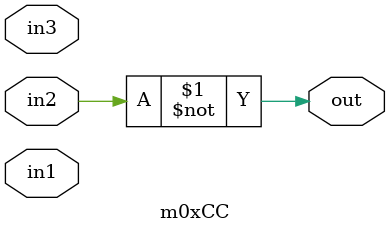
<source format=v>
module m0xCC (input in2, in1, in3, output out);


	not (out, in2);

endmodule

</source>
